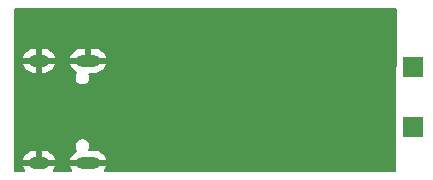
<source format=gbr>
%TF.GenerationSoftware,KiCad,Pcbnew,8.0.3*%
%TF.CreationDate,2024-08-23T16:47:22+02:00*%
%TF.ProjectId,BOOST_CONVERTER,424f4f53-545f-4434-9f4e-564552544552,1.0*%
%TF.SameCoordinates,Original*%
%TF.FileFunction,Copper,L2,Bot*%
%TF.FilePolarity,Positive*%
%FSLAX46Y46*%
G04 Gerber Fmt 4.6, Leading zero omitted, Abs format (unit mm)*
G04 Created by KiCad (PCBNEW 8.0.3) date 2024-08-23 16:47:22*
%MOMM*%
%LPD*%
G01*
G04 APERTURE LIST*
%TA.AperFunction,ComponentPad*%
%ADD10R,1.700000X1.700000*%
%TD*%
%TA.AperFunction,ComponentPad*%
%ADD11O,1.800000X1.000000*%
%TD*%
%TA.AperFunction,ComponentPad*%
%ADD12O,2.100000X1.000000*%
%TD*%
%TA.AperFunction,ViaPad*%
%ADD13C,0.500000*%
%TD*%
%TA.AperFunction,ViaPad*%
%ADD14C,0.600000*%
%TD*%
G04 APERTURE END LIST*
D10*
%TO.P,J2,1,Pin_1*%
%TO.N,GND*%
X124100000Y-82390000D03*
%TD*%
%TO.P,J1,1,Pin_1*%
%TO.N,/12V*%
X124100000Y-87450000D03*
%TD*%
D11*
%TO.P,P1,S1,SHIELD*%
%TO.N,GND*%
X92435000Y-90520000D03*
D12*
X96615000Y-90520000D03*
D11*
X92435000Y-81880000D03*
D12*
X96615000Y-81880000D03*
%TD*%
D13*
%TO.N,GND*%
X121780000Y-78920000D03*
X120920000Y-78900000D03*
X120040000Y-78920000D03*
X121790000Y-77970000D03*
X120910000Y-77970000D03*
X114100000Y-86800000D03*
X120010000Y-77970000D03*
X117700000Y-86800000D03*
X116600000Y-86800000D03*
X115400000Y-86800000D03*
D14*
X101900000Y-84800000D03*
D13*
X119120000Y-77990000D03*
D14*
X101890000Y-87900000D03*
%TD*%
%TA.AperFunction,Conductor*%
%TO.N,GND*%
G36*
X122693883Y-77420185D02*
G01*
X122739638Y-77472989D01*
X122750840Y-77525474D01*
X122714576Y-82139999D01*
X122714577Y-82140000D01*
X122710647Y-82640000D01*
X122685529Y-85836325D01*
X122643485Y-91186475D01*
X122623275Y-91253357D01*
X122570114Y-91298696D01*
X122519490Y-91309500D01*
X98072151Y-91309500D01*
X98005112Y-91289815D01*
X97959357Y-91237011D01*
X97949413Y-91167853D01*
X97969049Y-91116609D01*
X98051185Y-90993684D01*
X98051192Y-90993671D01*
X98126569Y-90811692D01*
X98126569Y-90811690D01*
X98134862Y-90770000D01*
X97331988Y-90770000D01*
X97349205Y-90760060D01*
X97405060Y-90704205D01*
X97444556Y-90635796D01*
X97465000Y-90559496D01*
X97465000Y-90480504D01*
X97444556Y-90404204D01*
X97405060Y-90335795D01*
X97349205Y-90279940D01*
X97331988Y-90270000D01*
X98134862Y-90270000D01*
X98126569Y-90228309D01*
X98126569Y-90228307D01*
X98051192Y-90046328D01*
X98051185Y-90046315D01*
X97941751Y-89882537D01*
X97941748Y-89882533D01*
X97802466Y-89743251D01*
X97802462Y-89743248D01*
X97638684Y-89633814D01*
X97638671Y-89633807D01*
X97456693Y-89558430D01*
X97456681Y-89558427D01*
X97263495Y-89520000D01*
X96746045Y-89520000D01*
X96679006Y-89500315D01*
X96633251Y-89447511D01*
X96623307Y-89378353D01*
X96638658Y-89334000D01*
X96651279Y-89312138D01*
X96651281Y-89312135D01*
X96690500Y-89165766D01*
X96690500Y-89014234D01*
X96651281Y-88867865D01*
X96575515Y-88736635D01*
X96468365Y-88629485D01*
X96402750Y-88591602D01*
X96337136Y-88553719D01*
X96263950Y-88534109D01*
X96190766Y-88514500D01*
X96039234Y-88514500D01*
X95892863Y-88553719D01*
X95761635Y-88629485D01*
X95761632Y-88629487D01*
X95654487Y-88736632D01*
X95654485Y-88736635D01*
X95578719Y-88867863D01*
X95539500Y-89014234D01*
X95539500Y-89165765D01*
X95578719Y-89312136D01*
X95616950Y-89378353D01*
X95654485Y-89443365D01*
X95654486Y-89443366D01*
X95658549Y-89450403D01*
X95656346Y-89451674D01*
X95676959Y-89504983D01*
X95662923Y-89573428D01*
X95614112Y-89623420D01*
X95600845Y-89629866D01*
X95591324Y-89633809D01*
X95591315Y-89633814D01*
X95427537Y-89743248D01*
X95427533Y-89743251D01*
X95288251Y-89882533D01*
X95288248Y-89882537D01*
X95178814Y-90046315D01*
X95178807Y-90046328D01*
X95103430Y-90228307D01*
X95103430Y-90228309D01*
X95095138Y-90270000D01*
X95898012Y-90270000D01*
X95880795Y-90279940D01*
X95824940Y-90335795D01*
X95785444Y-90404204D01*
X95765000Y-90480504D01*
X95765000Y-90559496D01*
X95785444Y-90635796D01*
X95824940Y-90704205D01*
X95880795Y-90760060D01*
X95898012Y-90770000D01*
X95095138Y-90770000D01*
X95103430Y-90811690D01*
X95103430Y-90811692D01*
X95178807Y-90993671D01*
X95178814Y-90993684D01*
X95260951Y-91116609D01*
X95281829Y-91183286D01*
X95263345Y-91250666D01*
X95211366Y-91297357D01*
X95157849Y-91309500D01*
X93742151Y-91309500D01*
X93675112Y-91289815D01*
X93629357Y-91237011D01*
X93619413Y-91167853D01*
X93639049Y-91116609D01*
X93721185Y-90993684D01*
X93721192Y-90993671D01*
X93796569Y-90811692D01*
X93796569Y-90811690D01*
X93804862Y-90770000D01*
X93001988Y-90770000D01*
X93019205Y-90760060D01*
X93075060Y-90704205D01*
X93114556Y-90635796D01*
X93135000Y-90559496D01*
X93135000Y-90480504D01*
X93114556Y-90404204D01*
X93075060Y-90335795D01*
X93019205Y-90279940D01*
X93001988Y-90270000D01*
X93804862Y-90270000D01*
X93796569Y-90228309D01*
X93796569Y-90228307D01*
X93721192Y-90046328D01*
X93721185Y-90046315D01*
X93611751Y-89882537D01*
X93611748Y-89882533D01*
X93472466Y-89743251D01*
X93472462Y-89743248D01*
X93308684Y-89633814D01*
X93308671Y-89633807D01*
X93126693Y-89558430D01*
X93126681Y-89558427D01*
X92933495Y-89520000D01*
X92685000Y-89520000D01*
X92685000Y-90220000D01*
X92185000Y-90220000D01*
X92185000Y-89520000D01*
X91936504Y-89520000D01*
X91743318Y-89558427D01*
X91743306Y-89558430D01*
X91561328Y-89633807D01*
X91561315Y-89633814D01*
X91397537Y-89743248D01*
X91397533Y-89743251D01*
X91258251Y-89882533D01*
X91258248Y-89882537D01*
X91148814Y-90046315D01*
X91148807Y-90046328D01*
X91073430Y-90228307D01*
X91073430Y-90228309D01*
X91065138Y-90270000D01*
X91868012Y-90270000D01*
X91850795Y-90279940D01*
X91794940Y-90335795D01*
X91755444Y-90404204D01*
X91735000Y-90480504D01*
X91735000Y-90559496D01*
X91755444Y-90635796D01*
X91794940Y-90704205D01*
X91850795Y-90760060D01*
X91868012Y-90770000D01*
X91065138Y-90770000D01*
X91073430Y-90811690D01*
X91073430Y-90811692D01*
X91148807Y-90993671D01*
X91148814Y-90993684D01*
X91230951Y-91116609D01*
X91251829Y-91183286D01*
X91233345Y-91250666D01*
X91181366Y-91297357D01*
X91127849Y-91309500D01*
X90439500Y-91309500D01*
X90372461Y-91289815D01*
X90326706Y-91237011D01*
X90315500Y-91185500D01*
X90315500Y-81630000D01*
X91065138Y-81630000D01*
X91868012Y-81630000D01*
X91850795Y-81639940D01*
X91794940Y-81695795D01*
X91755444Y-81764204D01*
X91735000Y-81840504D01*
X91735000Y-81919496D01*
X91755444Y-81995796D01*
X91794940Y-82064205D01*
X91850795Y-82120060D01*
X91868012Y-82130000D01*
X91065138Y-82130000D01*
X91073430Y-82171690D01*
X91073430Y-82171692D01*
X91148807Y-82353671D01*
X91148814Y-82353684D01*
X91258248Y-82517462D01*
X91258251Y-82517466D01*
X91397533Y-82656748D01*
X91397537Y-82656751D01*
X91561315Y-82766185D01*
X91561328Y-82766192D01*
X91743306Y-82841569D01*
X91743318Y-82841572D01*
X91936504Y-82879999D01*
X91936508Y-82880000D01*
X92185000Y-82880000D01*
X92185000Y-82180000D01*
X92685000Y-82180000D01*
X92685000Y-82880000D01*
X92933492Y-82880000D01*
X92933495Y-82879999D01*
X93126681Y-82841572D01*
X93126693Y-82841569D01*
X93308671Y-82766192D01*
X93308684Y-82766185D01*
X93472462Y-82656751D01*
X93472466Y-82656748D01*
X93611748Y-82517466D01*
X93611751Y-82517462D01*
X93721185Y-82353684D01*
X93721192Y-82353671D01*
X93796569Y-82171692D01*
X93796569Y-82171690D01*
X93804862Y-82130000D01*
X93001988Y-82130000D01*
X93019205Y-82120060D01*
X93075060Y-82064205D01*
X93114556Y-81995796D01*
X93135000Y-81919496D01*
X93135000Y-81840504D01*
X93114556Y-81764204D01*
X93075060Y-81695795D01*
X93019205Y-81639940D01*
X93001988Y-81630000D01*
X93804862Y-81630000D01*
X95095138Y-81630000D01*
X95898012Y-81630000D01*
X95880795Y-81639940D01*
X95824940Y-81695795D01*
X95785444Y-81764204D01*
X95765000Y-81840504D01*
X95765000Y-81919496D01*
X95785444Y-81995796D01*
X95824940Y-82064205D01*
X95880795Y-82120060D01*
X95898012Y-82130000D01*
X95095138Y-82130000D01*
X95103430Y-82171690D01*
X95103430Y-82171692D01*
X95178807Y-82353671D01*
X95178814Y-82353684D01*
X95288248Y-82517462D01*
X95288251Y-82517466D01*
X95427533Y-82656748D01*
X95427537Y-82656751D01*
X95591315Y-82766185D01*
X95591328Y-82766192D01*
X95600838Y-82770131D01*
X95655243Y-82813970D01*
X95677310Y-82880264D01*
X95660033Y-82947963D01*
X95656350Y-82953405D01*
X95578719Y-83087863D01*
X95539500Y-83234234D01*
X95539500Y-83385765D01*
X95578719Y-83532136D01*
X95616602Y-83597750D01*
X95654485Y-83663365D01*
X95761635Y-83770515D01*
X95892865Y-83846281D01*
X96039234Y-83885500D01*
X96039236Y-83885500D01*
X96190764Y-83885500D01*
X96190766Y-83885500D01*
X96337135Y-83846281D01*
X96468365Y-83770515D01*
X96575515Y-83663365D01*
X96651281Y-83532135D01*
X96690500Y-83385766D01*
X96690500Y-83234234D01*
X96651281Y-83087865D01*
X96651279Y-83087861D01*
X96638658Y-83066000D01*
X96622185Y-82998099D01*
X96645038Y-82932073D01*
X96699959Y-82888882D01*
X96746045Y-82880000D01*
X97263492Y-82880000D01*
X97263495Y-82879999D01*
X97456681Y-82841572D01*
X97456693Y-82841569D01*
X97638671Y-82766192D01*
X97638684Y-82766185D01*
X97802462Y-82656751D01*
X97802466Y-82656748D01*
X97941748Y-82517466D01*
X97941751Y-82517462D01*
X98051185Y-82353684D01*
X98051192Y-82353671D01*
X98126569Y-82171692D01*
X98126569Y-82171690D01*
X98134862Y-82130000D01*
X97331988Y-82130000D01*
X97349205Y-82120060D01*
X97405060Y-82064205D01*
X97444556Y-81995796D01*
X97465000Y-81919496D01*
X97465000Y-81840504D01*
X97444556Y-81764204D01*
X97405060Y-81695795D01*
X97349205Y-81639940D01*
X97331988Y-81630000D01*
X98134862Y-81630000D01*
X98126569Y-81588309D01*
X98126569Y-81588307D01*
X98051192Y-81406328D01*
X98051185Y-81406315D01*
X97941751Y-81242537D01*
X97941748Y-81242533D01*
X97802466Y-81103251D01*
X97802462Y-81103248D01*
X97638684Y-80993814D01*
X97638671Y-80993807D01*
X97456693Y-80918430D01*
X97456681Y-80918427D01*
X97263495Y-80880000D01*
X96865000Y-80880000D01*
X96865000Y-81580000D01*
X96365000Y-81580000D01*
X96365000Y-80880000D01*
X95966504Y-80880000D01*
X95773318Y-80918427D01*
X95773306Y-80918430D01*
X95591328Y-80993807D01*
X95591315Y-80993814D01*
X95427537Y-81103248D01*
X95427533Y-81103251D01*
X95288251Y-81242533D01*
X95288248Y-81242537D01*
X95178814Y-81406315D01*
X95178807Y-81406328D01*
X95103430Y-81588307D01*
X95103430Y-81588309D01*
X95095138Y-81630000D01*
X93804862Y-81630000D01*
X93796569Y-81588309D01*
X93796569Y-81588307D01*
X93721192Y-81406328D01*
X93721185Y-81406315D01*
X93611751Y-81242537D01*
X93611748Y-81242533D01*
X93472466Y-81103251D01*
X93472462Y-81103248D01*
X93308684Y-80993814D01*
X93308671Y-80993807D01*
X93126693Y-80918430D01*
X93126681Y-80918427D01*
X92933495Y-80880000D01*
X92685000Y-80880000D01*
X92685000Y-81580000D01*
X92185000Y-81580000D01*
X92185000Y-80880000D01*
X91936504Y-80880000D01*
X91743318Y-80918427D01*
X91743306Y-80918430D01*
X91561328Y-80993807D01*
X91561315Y-80993814D01*
X91397537Y-81103248D01*
X91397533Y-81103251D01*
X91258251Y-81242533D01*
X91258248Y-81242537D01*
X91148814Y-81406315D01*
X91148807Y-81406328D01*
X91073430Y-81588307D01*
X91073430Y-81588309D01*
X91065138Y-81630000D01*
X90315500Y-81630000D01*
X90315500Y-77524500D01*
X90335185Y-77457461D01*
X90387989Y-77411706D01*
X90439500Y-77400500D01*
X122626844Y-77400500D01*
X122693883Y-77420185D01*
G37*
%TD.AperFunction*%
%TD*%
M02*

</source>
